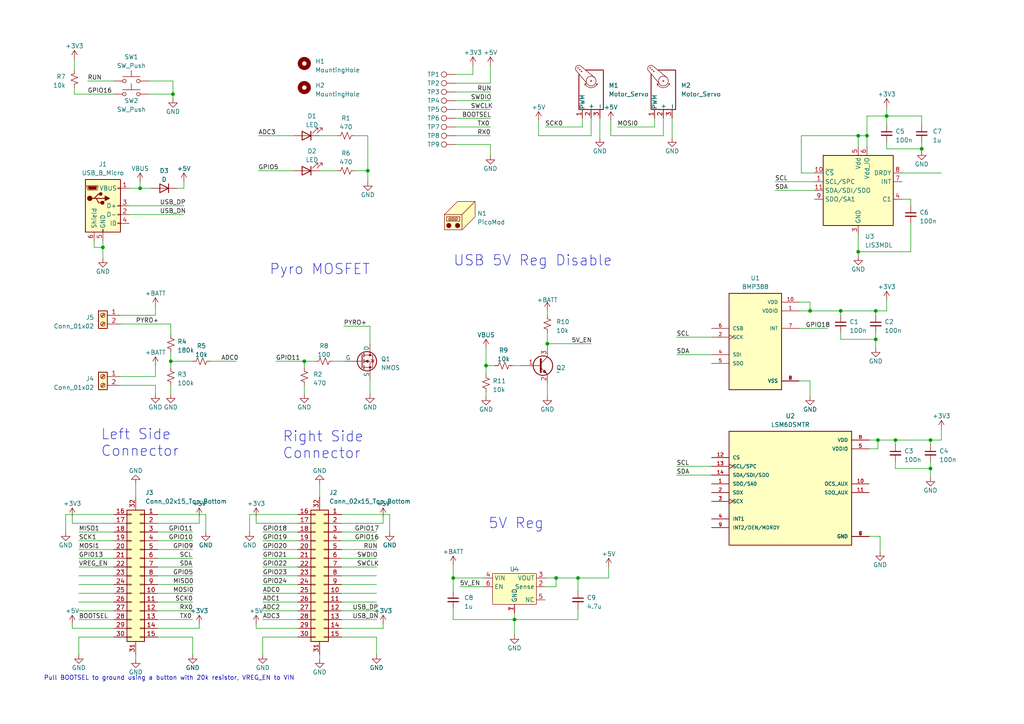
<source format=kicad_sch>
(kicad_sch (version 20230121) (generator eeschema)
  (paper "A4")
  (lib_symbols
    (symbol "BMP388:BMP388" (pin_names (offset 1.016))
      (property "Reference" "U" (at -7.6281 15.2562 0))
      (property "Value" "BMP388" (at -7.6268 -15.2536 0))
      (symbol "BMP388_0_0"
        (pin power_in line (at 12.7 10.16 180) (length 5.08) (name "VDDIO") (number "1"))
        (pin power_in line (at 12.7 12.7 180) (length 5.08) (name "VDD") (number "10"))
        (pin input clock (at -12.7 2.54 0) (length 5.08) (name "SCK") (number "2"))
        (pin power_in line (at 12.7 -10.16 180) (length 5.08) (name "VSS") (number "3"))
        (pin bidirectional line (at -12.7 -2.54 0) (length 5.08) (name "SDI") (number "4"))
        (pin bidirectional line (at -12.7 -5.08 0) (length 5.08) (name "SDO") (number "5"))
        (pin input line (at -12.7 5.08 0) (length 5.08) (name "CSB") (number "6"))
        (pin output line (at 12.7 5.08 180) (length 5.08) (name "INT") (number "7"))
        (pin power_in line (at 12.7 -10.16 180) (length 5.08) (name "VSS") (number "8"))
        (pin power_in line (at 12.7 -10.16 180) (length 5.08) (name "VSS") (number "9"))
      )
    )
    (symbol "Connector:Screw_Terminal_01x02" (pin_names (offset 1.016) hide)
      (property "Reference" "J" (at 0 2.54 0))
      (property "Value" "Screw_Terminal_01x02" (at 0 -5.08 0))
      (symbol "Screw_Terminal_01x02_1_1"
        (pin passive line (at -5.08 0 0) (length 3.81) (name "Pin_1") (number "1"))
        (pin passive line (at -5.08 -2.54 0) (length 3.81) (name "Pin_2") (number "2"))
      )
    )
    (symbol "Connector:TestPoint" (pin_numbers hide) (pin_names (offset 0.762) hide)
      (property "Reference" "TP" (at 0 6.858 0))
      (property "Value" "TestPoint" (at 0 5.08 0))
      (symbol "TestPoint_1_1"
        (pin passive line (at 0 0 90) (length 2.54) (name "1") (number "1"))
      )
    )
    (symbol "Connector:USB_B_Micro" (pin_names (offset 1.016))
      (property "Reference" "J" (at -5.08 11.43 0))
      (property "Value" "USB_B_Micro" (at -5.08 8.89 0))
      (symbol "USB_B_Micro_1_1"
        (pin power_out line (at 7.62 5.08 180) (length 2.54) (name "VBUS") (number "1"))
        (pin bidirectional line (at 7.62 -2.54 180) (length 2.54) (name "D-") (number "2"))
        (pin bidirectional line (at 7.62 0 180) (length 2.54) (name "D+") (number "3"))
        (pin passive line (at 7.62 -5.08 180) (length 2.54) (name "ID") (number "4"))
        (pin power_out line (at 0 -10.16 90) (length 2.54) (name "GND") (number "5"))
        (pin passive line (at -2.54 -10.16 90) (length 2.54) (name "Shield") (number "6"))
      )
    )
    (symbol "Customs Power:LDL212PU"
      (property "Reference" "U" (at 0 7.62 0))
      (symbol "LDL212PU_1_1"
        (pin input line (at 0 -7.62 90) (length 2.54) (name "GND") (number "1"))
        (pin input line (at 8.89 0 180) (length 2.54) (name "Sense") (number "2"))
        (pin input line (at 8.89 2.54 180) (length 2.54) (name "VOUT") (number "3"))
        (pin input line (at -8.89 2.54 0) (length 2.54) (name "VIN") (number "4"))
        (pin input line (at 8.89 -3.81 180) (length 2.54) (name "NC") (number "5"))
        (pin input line (at -8.89 0 0) (length 2.54) (name "EN") (number "6"))
        (pin input line (at 0 -7.62 90) (length 2.54) (name "GND") (number "7"))
      )
    )
    (symbol "Customs_Connectors:Conn_02x15_Top_Bottom" (pin_names (offset 1.016) hide)
      (property "Reference" "J" (at 2.54 20.32 0))
      (property "Value" "Conn_02x15_Top_Bottom" (at 1.27 -20.32 0))
      (symbol "Conn_02x15_Top_Bottom_1_1"
        (pin passive line (at 7.62 17.78 180) (length 3.81) (name "Pin_1") (number "1"))
        (pin passive line (at 7.62 -5.08 180) (length 3.81) (name "Pin_10") (number "10"))
        (pin passive line (at 7.62 -7.62 180) (length 3.81) (name "Pin_11") (number "11"))
        (pin passive line (at 7.62 -10.16 180) (length 3.81) (name "Pin_12") (number "12"))
        (pin passive line (at 7.62 -12.7 180) (length 3.81) (name "Pin_13") (number "13"))
        (pin passive line (at 7.62 -15.24 180) (length 3.81) (name "Pin_14") (number "14"))
        (pin passive line (at 7.62 -17.78 180) (length 3.81) (name "Pin_15") (number "15"))
        (pin passive line (at -5.08 17.78 0) (length 3.81) (name "Pin_16") (number "16"))
        (pin passive line (at -5.08 15.24 0) (length 3.81) (name "Pin_17") (number "17"))
        (pin passive line (at -5.08 12.7 0) (length 3.81) (name "Pin_18") (number "18"))
        (pin passive line (at -5.08 10.16 0) (length 3.81) (name "Pin_19") (number "19"))
        (pin passive line (at 7.62 15.24 180) (length 3.81) (name "Pin_2") (number "2"))
        (pin passive line (at -5.08 7.62 0) (length 3.81) (name "Pin_20") (number "20"))
        (pin passive line (at -5.08 5.08 0) (length 3.81) (name "Pin_21") (number "21"))
        (pin passive line (at -5.08 2.54 0) (length 3.81) (name "Pin_22") (number "22"))
        (pin passive line (at -5.08 0 0) (length 3.81) (name "Pin_23") (number "23"))
        (pin passive line (at -5.08 -2.54 0) (length 3.81) (name "Pin_24") (number "24"))
        (pin passive line (at -5.08 -5.08 0) (length 3.81) (name "Pin_25") (number "25"))
        (pin passive line (at -5.08 -7.62 0) (length 3.81) (name "Pin_26") (number "26"))
        (pin passive line (at -5.08 -10.16 0) (length 3.81) (name "Pin_27") (number "27"))
        (pin passive line (at -5.08 -12.7 0) (length 3.81) (name "Pin_28") (number "28"))
        (pin passive line (at -5.08 -15.24 0) (length 3.81) (name "Pin_29") (number "29"))
        (pin passive line (at 7.62 12.7 180) (length 3.81) (name "Pin_3") (number "3"))
        (pin passive line (at -5.08 -17.78 0) (length 3.81) (name "Pin_30") (number "30"))
        (pin passive line (at 1.27 -22.86 90) (length 3.81) (name "Pin_30") (number "31"))
        (pin passive line (at 1.27 22.86 270) (length 3.81) (name "Pin_30") (number "32"))
        (pin passive line (at 7.62 10.16 180) (length 3.81) (name "Pin_4") (number "4"))
        (pin passive line (at 7.62 7.62 180) (length 3.81) (name "Pin_5") (number "5"))
        (pin passive line (at 7.62 5.08 180) (length 3.81) (name "Pin_6") (number "6"))
        (pin passive line (at 7.62 2.54 180) (length 3.81) (name "Pin_7") (number "7"))
        (pin passive line (at 7.62 0 180) (length 3.81) (name "Pin_8") (number "8"))
        (pin passive line (at 7.62 -2.54 180) (length 3.81) (name "Pin_9") (number "9"))
      )
    )
    (symbol "Device:C_Small" (pin_numbers hide) (pin_names (offset 0.254) hide)
      (property "Reference" "C" (at 0.254 1.778 0))
      (property "Value" "C_Small" (at 0.254 -2.032 0))
      (symbol "C_Small_1_1"
        (pin passive line (at 0 2.54 270) (length 2.032) (name "~") (number "1"))
        (pin passive line (at 0 -2.54 90) (length 2.032) (name "~") (number "2"))
      )
    )
    (symbol "Device:D" (pin_numbers hide) (pin_names (offset 1.016) hide)
      (property "Reference" "D" (at 0 2.54 0))
      (property "Value" "D" (at 0 -2.54 0))
      (symbol "D_1_1"
        (pin passive line (at -3.81 0 0) (length 2.54) (name "K") (number "1"))
        (pin passive line (at 3.81 0 180) (length 2.54) (name "A") (number "2"))
      )
    )
    (symbol "Device:LED" (pin_numbers hide) (pin_names (offset 1.016) hide)
      (property "Reference" "D" (at 0 2.54 0))
      (property "Value" "LED" (at 0 -2.54 0))
      (symbol "LED_1_1"
        (pin passive line (at -3.81 0 0) (length 2.54) (name "K") (number "1"))
        (pin passive line (at 3.81 0 180) (length 2.54) (name "A") (number "2"))
      )
    )
    (symbol "Device:R_Small_US" (pin_numbers hide) (pin_names (offset 0.254) hide)
      (property "Reference" "R" (at 0.762 0.508 0))
      (property "Value" "R_Small_US" (at 0.762 -1.016 0))
      (symbol "R_Small_US_1_1"
        (pin passive line (at 0 2.54 270) (length 1.016) (name "~") (number "1"))
        (pin passive line (at 0 -2.54 90) (length 1.016) (name "~") (number "2"))
      )
    )
    (symbol "LSM6DSMTR:LSM6DSMTR" (pin_names (offset 1.016))
      (property "Reference" "U" (at -17.78 16.51 0))
      (property "Value" "LSM6DSMTR" (at -17.78 -21.59 0))
      (symbol "LSM6DSMTR_0_0"
        (pin bidirectional line (at -22.86 0 0) (length 5.08) (name "SDO/SA0") (number "1"))
        (pin input line (at 22.86 0 180) (length 5.08) (name "OCS_AUX") (number "10"))
        (pin bidirectional line (at 22.86 -2.54 180) (length 5.08) (name "SDO_AUX") (number "11"))
        (pin input line (at -22.86 7.62 0) (length 5.08) (name "CS") (number "12"))
        (pin input clock (at -22.86 5.08 0) (length 5.08) (name "SCL/SPC") (number "13"))
        (pin bidirectional line (at -22.86 2.54 0) (length 5.08) (name "SDA/SDI/SDO") (number "14"))
        (pin bidirectional line (at -22.86 -2.54 0) (length 5.08) (name "SDX") (number "2"))
        (pin bidirectional clock (at -22.86 -5.08 0) (length 5.08) (name "SCX") (number "3"))
        (pin input line (at -22.86 -10.16 0) (length 5.08) (name "INT1") (number "4"))
        (pin power_in line (at 22.86 10.16 180) (length 5.08) (name "VDDIO") (number "5"))
        (pin power_in line (at 22.86 -15.24 180) (length 5.08) (name "GND") (number "6"))
        (pin power_in line (at 22.86 -15.24 180) (length 5.08) (name "GND") (number "7"))
        (pin power_in line (at 22.86 12.7 180) (length 5.08) (name "VDD") (number "8"))
        (pin input line (at -22.86 -12.7 0) (length 5.08) (name "INT2/DEN/MDRDY") (number "9"))
      )
    )
    (symbol "Mechanical:Housing" (pin_names (offset 1.016))
      (property "Reference" "N" (at 3.81 0 0))
      (property "Value" "Housing" (at 3.81 -1.905 0))
    )
    (symbol "Mechanical:MountingHole" (pin_names (offset 1.016))
      (property "Reference" "H" (at 0 5.08 0))
      (property "Value" "MountingHole" (at 0 3.175 0))
    )
    (symbol "Motor:Motor_Servo" (pin_names (offset 0.0254))
      (property "Reference" "M" (at -5.08 4.445 0))
      (property "Value" "Motor_Servo" (at -5.08 -4.064 0))
      (symbol "Motor_Servo_1_1"
        (pin passive line (at -7.62 2.54 0) (length 2.54) (name "PWM") (number "1"))
        (pin passive line (at -7.62 0 0) (length 2.54) (name "+") (number "2"))
        (pin passive line (at -7.62 -2.54 0) (length 2.54) (name "-") (number "3"))
      )
    )
    (symbol "Sensor_Magnetic:LIS3MDL"
      (property "Reference" "U" (at -8.89 11.43 0))
      (property "Value" "LIS3MDL" (at 7.62 11.43 0))
      (symbol "LIS3MDL_1_1"
        (pin input line (at -12.7 2.54 0) (length 2.54) (name "SCL/SPC") (number "1"))
        (pin input line (at -12.7 5.08 0) (length 2.54) (name "~{CS}") (number "10"))
        (pin bidirectional line (at -12.7 0 0) (length 2.54) (name "SDA/SDI/SDO") (number "11"))
        (pin passive line (at 0 -12.7 90) (length 2.54) hide (name "GND") (number "12"))
        (pin passive line (at 0 -12.7 90) (length 2.54) hide (name "GND") (number "2"))
        (pin power_in line (at 0 -12.7 90) (length 2.54) (name "GND") (number "3"))
        (pin power_out line (at 12.7 -2.54 180) (length 2.54) (name "C1") (number "4"))
        (pin power_in line (at 0 12.7 270) (length 2.54) (name "Vdd") (number "5"))
        (pin power_in line (at 2.54 12.7 270) (length 2.54) (name "Vdd_IO") (number "6"))
        (pin output line (at 12.7 2.54 180) (length 2.54) (name "INT") (number "7"))
        (pin output line (at 12.7 5.08 180) (length 2.54) (name "DRDY") (number "8"))
        (pin bidirectional line (at -12.7 -2.54 0) (length 2.54) (name "SDO/SA1") (number "9"))
      )
    )
    (symbol "Simulation_SPICE:NMOS" (pin_numbers hide) (pin_names (offset 0))
      (property "Reference" "Q" (at 5.08 1.27 0))
      (property "Value" "NMOS" (at 5.08 -1.27 0))
      (symbol "NMOS_1_1"
        (pin passive line (at 2.54 5.08 270) (length 2.54) (name "D") (number "1"))
        (pin input line (at -5.08 0 0) (length 2.54) (name "G") (number "2"))
        (pin passive line (at 2.54 -5.08 90) (length 2.54) (name "S") (number "3"))
      )
    )
    (symbol "Switch:SW_Push" (pin_numbers hide) (pin_names (offset 1.016) hide)
      (property "Reference" "SW" (at 1.27 2.54 0))
      (property "Value" "SW_Push" (at 0 -1.524 0))
      (symbol "SW_Push_0_1"
        (pin passive line (at -5.08 0 0) (length 2.54) (name "1") (number "1"))
        (pin passive line (at 5.08 0 180) (length 2.54) (name "2") (number "2"))
      )
    )
    (symbol "Transistor_BJT:2SC4213" (pin_names (offset 0) hide)
      (property "Reference" "Q" (at 5.08 1.905 0))
      (property "Value" "2SC4213" (at 5.08 0 0))
      (symbol "2SC4213_1_1"
        (pin input line (at -5.08 0 0) (length 5.715) (name "B") (number "1"))
        (pin passive line (at 2.54 -5.08 90) (length 2.54) (name "E") (number "2"))
        (pin passive line (at 2.54 5.08 270) (length 2.54) (name "C") (number "3"))
      )
    )
    (symbol "power:+3.3V" (power) (pin_names (offset 0))
      (property "Value" "+3.3V" (at 0 3.556 0))
      (symbol "+3.3V_1_1"
        (pin power_in line (at 0 0 90) (length 0) hide (name "+3V3") (number "1"))
      )
    )
    (symbol "power:+5V" (power) (pin_names (offset 0))
      (property "Value" "+5V" (at 0 3.556 0))
      (symbol "+5V_1_1"
        (pin power_in line (at 0 0 90) (length 0) hide (name "+5V") (number "1"))
      )
    )
    (symbol "power:+BATT" (power) (pin_names (offset 0))
      (property "Value" "+BATT" (at 0 3.556 0))
      (symbol "+BATT_1_1"
        (pin power_in line (at 0 0 90) (length 0) hide (name "+BATT") (number "1"))
      )
    )
    (symbol "power:GND" (power) (pin_names (offset 0))
      (property "Value" "GND" (at 0 -3.81 0))
      (symbol "GND_1_1"
        (pin power_in line (at 0 0 270) (length 0) hide (name "GND") (number "1"))
      )
    )
    (symbol "power:VBUS" (power) (pin_names (offset 0))
      (property "Value" "VBUS" (at 0 3.81 0))
      (symbol "VBUS_1_1"
        (pin power_in line (at 0 0 90) (length 0) hide (name "VBUS") (number "1"))
      )
    )
  )
  (junction (at 161.29 167.64))
  (junction (at 88.265 104.775))
  (junction (at 259.715 127.635))
  (junction (at 167.64 167.64))
  (junction (at 106.68 49.53))
  (junction (at 158.75 99.695))
  (junction (at 269.875 127.635))
  (junction (at 234.95 90.17))
  (junction (at 49.53 104.775))
  (junction (at 149.225 179.705))
  (junction (at 254.635 127.635))
  (junction (at 50.165 27.305))
  (junction (at 269.875 135.89))
  (junction (at 254 90.17))
  (junction (at 29.845 71.755))
  (junction (at 248.92 73.025))
  (junction (at 248.92 39.37))
  (junction (at 40.64 54.61))
  (junction (at 257.175 33.655))
  (junction (at 267.335 43.18))
  (junction (at 251.46 39.37))
  (junction (at 243.84 90.17))
  (junction (at 254 98.425))
  (junction (at 131.445 167.64))
  (junction (at 140.97 106.045))
  (wire (pts (xy 234.95 90.17) (xy 234.95 87.63)))
  (wire (pts (xy 45.085 111.76) (xy 45.085 114.3)))
  (wire (pts (xy 173.99 34.29) (xy 173.99 40.005)))
  (wire (pts (xy 261.62 50.165) (xy 273.05 50.165)))
  (wire (pts (xy 158.75 96.52) (xy 158.75 99.695)))
  (wire (pts (xy 255.27 155.575) (xy 252.095 155.575)))
  (wire (pts (xy 224.79 52.705) (xy 236.22 52.705)))
  (wire (pts (xy 99.06 182.245) (xy 111.125 182.245)))
  (wire (pts (xy 92.71 39.37) (xy 97.79 39.37)))
  (wire (pts (xy 99.06 177.165) (xy 109.22 177.165)))
  (wire (pts (xy 254 98.425) (xy 254 96.52)))
  (wire (pts (xy 259.715 133.985) (xy 259.715 135.89)))
  (wire (pts (xy 196.215 102.87) (xy 206.375 102.87)))
  (wire (pts (xy 22.86 156.845) (xy 33.02 156.845)))
  (wire (pts (xy 196.215 135.255) (xy 206.375 135.255)))
  (wire (pts (xy 21.59 25.4) (xy 21.59 27.305)))
  (wire (pts (xy 255.27 160.02) (xy 255.27 155.575)))
  (wire (pts (xy 107.315 99.695) (xy 107.315 94.615)))
  (wire (pts (xy 158.115 170.18) (xy 161.29 170.18)))
  (wire (pts (xy 45.72 179.705) (xy 55.88 179.705)))
  (wire (pts (xy 248.92 42.545) (xy 248.92 39.37)))
  (wire (pts (xy 248.92 67.945) (xy 248.92 73.025)))
  (wire (pts (xy 99.06 179.705) (xy 109.22 179.705)))
  (wire (pts (xy 45.72 149.225) (xy 59.69 149.225)))
  (wire (pts (xy 76.2 167.005) (xy 86.36 167.005)))
  (wire (pts (xy 39.37 189.865) (xy 39.37 191.135)))
  (wire (pts (xy 22.86 164.465) (xy 33.02 164.465)))
  (wire (pts (xy 76.2 174.625) (xy 86.36 174.625)))
  (wire (pts (xy 267.335 43.815) (xy 267.335 43.18)))
  (wire (pts (xy 45.72 172.085) (xy 55.88 172.085)))
  (wire (pts (xy 22.86 161.925) (xy 33.02 161.925)))
  (wire (pts (xy 231.775 110.49) (xy 234.95 110.49)))
  (wire (pts (xy 131.445 171.45) (xy 131.445 167.64)))
  (wire (pts (xy 158.115 167.64) (xy 161.29 167.64)))
  (wire (pts (xy 158.75 90.17) (xy 158.75 91.44)))
  (wire (pts (xy 171.45 39.37) (xy 156.21 39.37)))
  (wire (pts (xy 76.2 184.785) (xy 86.36 184.785)))
  (wire (pts (xy 20.955 149.86) (xy 20.955 151.765)))
  (wire (pts (xy 142.24 19.05) (xy 142.24 24.13)))
  (wire (pts (xy 96.52 104.775) (xy 99.695 104.775)))
  (wire (pts (xy 60.96 104.775) (xy 68.58 104.775)))
  (wire (pts (xy 37.465 62.23) (xy 53.34 62.23)))
  (wire (pts (xy 192.405 34.29) (xy 192.405 39.37)))
  (wire (pts (xy 189.865 34.29) (xy 189.865 36.83)))
  (wire (pts (xy 158.115 36.83) (xy 168.91 36.83)))
  (wire (pts (xy 236.22 50.165) (xy 232.41 50.165)))
  (wire (pts (xy 76.2 172.085) (xy 86.36 172.085)))
  (wire (pts (xy 232.41 50.165) (xy 232.41 39.37)))
  (wire (pts (xy 148.59 106.045) (xy 151.13 106.045)))
  (wire (pts (xy 99.06 167.005) (xy 109.22 167.005)))
  (wire (pts (xy 106.68 39.37) (xy 106.68 49.53)))
  (wire (pts (xy 45.72 159.385) (xy 55.88 159.385)))
  (wire (pts (xy 259.715 127.635) (xy 259.715 128.905)))
  (wire (pts (xy 37.465 59.69) (xy 53.34 59.69)))
  (wire (pts (xy 132.08 29.21) (xy 142.24 29.21)))
  (wire (pts (xy 22.86 154.305) (xy 33.02 154.305)))
  (wire (pts (xy 34.925 111.76) (xy 45.085 111.76)))
  (wire (pts (xy 92.71 189.865) (xy 92.71 191.135)))
  (wire (pts (xy 158.75 99.695) (xy 158.75 100.965)))
  (wire (pts (xy 254 98.425) (xy 254 100.965)))
  (wire (pts (xy 257.175 41.275) (xy 257.175 43.18)))
  (wire (pts (xy 20.955 180.975) (xy 20.955 182.245)))
  (wire (pts (xy 49.53 102.235) (xy 49.53 104.775)))
  (wire (pts (xy 25.4 23.495) (xy 33.02 23.495)))
  (wire (pts (xy 113.03 149.225) (xy 113.03 154.305)))
  (wire (pts (xy 22.86 184.785) (xy 22.86 189.865)))
  (wire (pts (xy 21.59 27.305) (xy 33.02 27.305)))
  (wire (pts (xy 57.785 149.86) (xy 57.785 151.765)))
  (wire (pts (xy 76.2 164.465) (xy 86.36 164.465)))
  (wire (pts (xy 49.53 111.76) (xy 49.53 114.3)))
  (wire (pts (xy 243.84 90.17) (xy 243.84 91.44)))
  (wire (pts (xy 45.085 88.9) (xy 45.085 91.44)))
  (wire (pts (xy 167.64 167.64) (xy 176.53 167.64)))
  (wire (pts (xy 259.715 135.89) (xy 269.875 135.89)))
  (wire (pts (xy 132.08 34.29) (xy 142.24 34.29)))
  (wire (pts (xy 161.29 170.18) (xy 161.29 167.64)))
  (wire (pts (xy 40.64 52.705) (xy 40.64 54.61)))
  (wire (pts (xy 99.695 94.615) (xy 107.315 94.615)))
  (wire (pts (xy 131.445 163.83) (xy 131.445 167.64)))
  (wire (pts (xy 131.445 167.64) (xy 140.335 167.64)))
  (wire (pts (xy 257.175 33.655) (xy 267.335 33.655)))
  (wire (pts (xy 80.01 104.775) (xy 88.265 104.775)))
  (wire (pts (xy 76.2 179.705) (xy 86.36 179.705)))
  (wire (pts (xy 22.86 169.545) (xy 33.02 169.545)))
  (wire (pts (xy 99.06 172.085) (xy 109.22 172.085)))
  (wire (pts (xy 74.295 180.975) (xy 74.295 182.245)))
  (wire (pts (xy 59.69 149.225) (xy 59.69 154.305)))
  (wire (pts (xy 224.79 55.245) (xy 236.22 55.245)))
  (wire (pts (xy 232.41 39.37) (xy 248.92 39.37)))
  (wire (pts (xy 76.2 177.165) (xy 86.36 177.165)))
  (wire (pts (xy 55.88 184.785) (xy 55.88 189.865)))
  (wire (pts (xy 131.445 179.705) (xy 149.225 179.705)))
  (wire (pts (xy 194.945 34.29) (xy 194.945 40.005)))
  (wire (pts (xy 45.72 154.305) (xy 55.88 154.305)))
  (wire (pts (xy 53.34 52.705) (xy 53.34 54.61)))
  (wire (pts (xy 99.06 154.305) (xy 109.22 154.305)))
  (wire (pts (xy 43.18 27.305) (xy 50.165 27.305)))
  (wire (pts (xy 111.125 149.86) (xy 111.125 151.765)))
  (wire (pts (xy 177.165 34.925) (xy 177.165 39.37)))
  (wire (pts (xy 269.875 135.89) (xy 269.875 138.43)))
  (wire (pts (xy 88.265 111.76) (xy 88.265 114.3)))
  (wire (pts (xy 231.775 87.63) (xy 234.95 87.63)))
  (wire (pts (xy 99.06 161.925) (xy 109.22 161.925)))
  (wire (pts (xy 99.06 149.225) (xy 113.03 149.225)))
  (wire (pts (xy 102.87 49.53) (xy 106.68 49.53)))
  (wire (pts (xy 269.875 135.89) (xy 269.875 133.985)))
  (wire (pts (xy 133.35 170.18) (xy 140.335 170.18)))
  (wire (pts (xy 49.53 104.775) (xy 55.88 104.775)))
  (wire (pts (xy 257.175 31.115) (xy 257.175 33.655)))
  (wire (pts (xy 179.07 36.83) (xy 189.865 36.83)))
  (wire (pts (xy 34.925 91.44) (xy 45.085 91.44)))
  (wire (pts (xy 20.955 182.245) (xy 33.02 182.245)))
  (wire (pts (xy 257.175 43.18) (xy 267.335 43.18)))
  (wire (pts (xy 137.16 19.05) (xy 137.16 21.59)))
  (wire (pts (xy 45.72 151.765) (xy 57.785 151.765)))
  (wire (pts (xy 76.2 154.305) (xy 86.36 154.305)))
  (wire (pts (xy 74.295 182.245) (xy 86.36 182.245)))
  (wire (pts (xy 132.08 36.83) (xy 142.24 36.83)))
  (wire (pts (xy 29.845 71.755) (xy 29.845 74.93)))
  (wire (pts (xy 40.64 54.61) (xy 43.815 54.61)))
  (wire (pts (xy 131.445 179.705) (xy 131.445 176.53)))
  (wire (pts (xy 149.225 177.8) (xy 149.225 179.705)))
  (wire (pts (xy 109.22 184.785) (xy 109.22 189.865)))
  (wire (pts (xy 22.86 184.785) (xy 33.02 184.785)))
  (wire (pts (xy 99.06 156.845) (xy 109.22 156.845)))
  (wire (pts (xy 259.715 127.635) (xy 269.875 127.635)))
  (wire (pts (xy 248.92 73.025) (xy 248.92 74.295)))
  (wire (pts (xy 99.06 169.545) (xy 109.22 169.545)))
  (wire (pts (xy 76.2 156.845) (xy 86.36 156.845)))
  (wire (pts (xy 99.06 184.785) (xy 109.22 184.785)))
  (wire (pts (xy 196.215 137.795) (xy 206.375 137.795)))
  (wire (pts (xy 20.955 151.765) (xy 33.02 151.765)))
  (wire (pts (xy 45.72 177.165) (xy 55.88 177.165)))
  (wire (pts (xy 264.16 73.025) (xy 248.92 73.025)))
  (wire (pts (xy 50.165 27.305) (xy 50.165 28.575)))
  (wire (pts (xy 132.08 31.75) (xy 142.24 31.75)))
  (wire (pts (xy 142.24 41.91) (xy 142.24 45.085)))
  (wire (pts (xy 49.53 93.98) (xy 49.53 97.155)))
  (wire (pts (xy 132.08 26.67) (xy 142.24 26.67)))
  (wire (pts (xy 264.16 57.785) (xy 264.16 59.69)))
  (wire (pts (xy 76.2 161.925) (xy 86.36 161.925)))
  (wire (pts (xy 107.315 109.855) (xy 107.315 114.3)))
  (wire (pts (xy 269.875 127.635) (xy 269.875 128.905)))
  (wire (pts (xy 22.86 172.085) (xy 33.02 172.085)))
  (wire (pts (xy 51.435 54.61) (xy 53.34 54.61)))
  (wire (pts (xy 92.71 49.53) (xy 97.79 49.53)))
  (wire (pts (xy 45.72 164.465) (xy 55.88 164.465)))
  (wire (pts (xy 22.86 159.385) (xy 33.02 159.385)))
  (wire (pts (xy 22.86 179.705) (xy 33.02 179.705)))
  (wire (pts (xy 50.165 23.495) (xy 50.165 27.305)))
  (wire (pts (xy 45.72 161.925) (xy 55.88 161.925)))
  (wire (pts (xy 92.71 140.335) (xy 92.71 144.145)))
  (wire (pts (xy 254.635 127.635) (xy 254.635 130.175)))
  (wire (pts (xy 158.75 111.125) (xy 158.75 114.935)))
  (wire (pts (xy 132.08 24.13) (xy 142.24 24.13)))
  (wire (pts (xy 254.635 127.635) (xy 259.715 127.635)))
  (wire (pts (xy 252.095 127.635) (xy 254.635 127.635)))
  (wire (pts (xy 76.2 169.545) (xy 86.36 169.545)))
  (wire (pts (xy 161.29 167.64) (xy 167.64 167.64)))
  (wire (pts (xy 39.37 140.335) (xy 39.37 144.145)))
  (wire (pts (xy 252.095 130.175) (xy 254.635 130.175)))
  (wire (pts (xy 88.265 104.775) (xy 91.44 104.775)))
  (wire (pts (xy 132.08 39.37) (xy 142.24 39.37)))
  (wire (pts (xy 45.72 167.005) (xy 55.88 167.005)))
  (wire (pts (xy 37.465 54.61) (xy 40.64 54.61)))
  (wire (pts (xy 74.295 149.86) (xy 74.295 151.765)))
  (wire (pts (xy 140.97 106.045) (xy 143.51 106.045)))
  (wire (pts (xy 254 90.17) (xy 257.175 90.17)))
  (wire (pts (xy 254 90.17) (xy 254 91.44)))
  (wire (pts (xy 21.59 17.145) (xy 21.59 20.32)))
  (wire (pts (xy 45.72 156.845) (xy 55.88 156.845)))
  (wire (pts (xy 168.91 34.29) (xy 168.91 36.83)))
  (wire (pts (xy 257.175 86.995) (xy 257.175 90.17)))
  (wire (pts (xy 264.16 64.77) (xy 264.16 73.025)))
  (wire (pts (xy 99.06 164.465) (xy 109.22 164.465)))
  (wire (pts (xy 176.53 164.465) (xy 176.53 167.64)))
  (wire (pts (xy 234.95 90.17) (xy 243.84 90.17)))
  (wire (pts (xy 74.93 39.37) (xy 85.09 39.37)))
  (wire (pts (xy 76.2 184.785) (xy 76.2 189.865)))
  (wire (pts (xy 19.05 149.225) (xy 19.05 154.305)))
  (wire (pts (xy 251.46 39.37) (xy 251.46 42.545)))
  (wire (pts (xy 132.08 41.91) (xy 142.24 41.91)))
  (wire (pts (xy 34.925 93.98) (xy 49.53 93.98)))
  (wire (pts (xy 22.86 177.165) (xy 33.02 177.165)))
  (wire (pts (xy 140.97 106.045) (xy 140.97 108.585)))
  (wire (pts (xy 76.2 159.385) (xy 86.36 159.385)))
  (wire (pts (xy 267.335 36.195) (xy 267.335 33.655)))
  (wire (pts (xy 243.84 96.52) (xy 243.84 98.425)))
  (wire (pts (xy 72.39 149.225) (xy 72.39 154.305)))
  (wire (pts (xy 45.72 174.625) (xy 55.88 174.625)))
  (wire (pts (xy 192.405 39.37) (xy 177.165 39.37)))
  (wire (pts (xy 243.84 90.17) (xy 254 90.17)))
  (wire (pts (xy 231.775 95.25) (xy 240.03 95.25)))
  (wire (pts (xy 149.225 179.705) (xy 149.225 184.15)))
  (wire (pts (xy 111.125 182.245) (xy 111.125 180.975)))
  (wire (pts (xy 171.45 34.29) (xy 171.45 39.37)))
  (wire (pts (xy 45.72 182.245) (xy 57.785 182.245)))
  (wire (pts (xy 140.97 113.665) (xy 140.97 114.935)))
  (wire (pts (xy 72.39 149.225) (xy 86.36 149.225)))
  (wire (pts (xy 257.175 33.655) (xy 257.175 36.195)))
  (wire (pts (xy 27.305 69.85) (xy 27.305 71.755)))
  (wire (pts (xy 45.085 106.045) (xy 45.085 109.22)))
  (wire (pts (xy 234.95 110.49) (xy 234.95 114.935)))
  (wire (pts (xy 273.05 124.46) (xy 273.05 127.635)))
  (wire (pts (xy 196.215 97.79) (xy 206.375 97.79)))
  (wire (pts (xy 158.75 99.695) (xy 171.45 99.695)))
  (wire (pts (xy 45.72 184.785) (xy 55.88 184.785)))
  (wire (pts (xy 99.06 151.765) (xy 111.125 151.765)))
  (wire (pts (xy 27.305 71.755) (xy 29.845 71.755)))
  (wire (pts (xy 149.225 179.705) (xy 167.64 179.705)))
  (wire (pts (xy 99.06 159.385) (xy 109.22 159.385)))
  (wire (pts (xy 248.92 39.37) (xy 251.46 39.37)))
  (wire (pts (xy 57.785 182.245) (xy 57.785 180.975)))
  (wire (pts (xy 29.845 71.755) (xy 29.845 69.85)))
  (wire (pts (xy 269.875 127.635) (xy 273.05 127.635)))
  (wire (pts (xy 231.775 90.17) (xy 234.95 90.17)))
  (wire (pts (xy 106.68 49.53) (xy 106.68 52.705)))
  (wire (pts (xy 102.87 39.37) (xy 106.68 39.37)))
  (wire (pts (xy 167.64 176.53) (xy 167.64 179.705)))
  (wire (pts (xy 267.335 41.275) (xy 267.335 43.18)))
  (wire (pts (xy 19.05 149.225) (xy 33.02 149.225)))
  (wire (pts (xy 22.86 167.005) (xy 33.02 167.005)))
  (wire (pts (xy 49.53 104.775) (xy 49.53 106.68)))
  (wire (pts (xy 74.93 49.53) (xy 85.09 49.53)))
  (wire (pts (xy 22.86 174.625) (xy 33.02 174.625)))
  (wire (pts (xy 156.21 34.925) (xy 156.21 39.37)))
  (wire (pts (xy 74.295 151.765) (xy 86.36 151.765)))
  (wire (pts (xy 167.64 171.45) (xy 167.64 167.64)))
  (wire (pts (xy 132.08 21.59) (xy 137.16 21.59)))
  (wire (pts (xy 43.18 23.495) (xy 50.165 23.495)))
  (wire (pts (xy 261.62 57.785) (xy 264.16 57.785)))
  (wire (pts (xy 34.925 109.22) (xy 45.085 109.22)))
  (wire (pts (xy 140.97 100.965) (xy 140.97 106.045)))
  (wire (pts (xy 99.06 174.625) (xy 109.22 174.625)))
  (wire (pts (xy 45.72 169.545) (xy 55.88 169.545)))
  (wire (pts (xy 88.265 104.775) (xy 88.265 106.68)))
  (wire (pts (xy 243.84 98.425) (xy 254 98.425)))
  (wire (pts (xy 251.46 33.655) (xy 251.46 39.37)))
  (wire (pts (xy 257.175 33.655) (xy 251.46 33.655)))
  (text "Left Side\nConnector" (at 29.21 132.715 0) (effects (font (size 3 3)) (justify left bottom)))
  (text "USB 5V Reg Disable" (at 131.445 77.47 0) (effects (font (size 3 3)) (justify left bottom)))
  (text "Pyro MOSFET" (at 78.105 80.01 0) (effects (font (size 3 3)) (justify left bottom)))
  (text "Right Side\nConnector" (at 81.915 133.35 0) (effects (font (size 3 3)) (justify left bottom)))
  (text "5V Reg" (at 141.605 153.67 0) (effects (font (size 3 3)) (justify left bottom)))
  (text "Pull BOOTSEL to ground using a button with 20k resistor, VREG_EN to VIN\n" (at 12.7 197.485 0) (effects (font (size 1.27 1.27)) (justify left bottom)))
  (label "SCK0" (at 50.8 174.625 0))
  (label "GPIO22" (at 76.2 164.465 0))
  (label "MOSI0" (at 50.165 172.085 0))
  (label "5V_EN" (at 133.35 170.18 0))
  (label "SCL" (at 52.07 161.925 0))
  (label "SCK0" (at 158.115 36.83 0))
  (label "MISO0" (at 50.165 169.545 0))
  (label "GPIO16" (at 25.4 27.305 0))
  (label "ADC3" (at 74.93 39.37 0))
  (label "USB_DP" (at 102.235 177.165 0))
  (label "RX0" (at 138.43 39.37 0))
  (label "GPIO10" (at 48.895 156.845 0))
  (label "VREG_EN" (at 22.86 164.465 0))
  (label "SWCLK" (at 103.505 164.465 0))
  (label "GPIO18" (at 233.68 95.25 0))
  (label "GPIO19" (at 76.2 156.845 0))
  (label "GPIO5" (at 50.165 167.005 0))
  (label "RUN" (at 25.4 23.495 0))
  (label "GPIO24" (at 76.2 169.545 0))
  (label "GPIO23" (at 76.2 167.005 0))
  (label "TX0" (at 52.07 179.705 0))
  (label "SDA" (at 196.215 137.795 0))
  (label "GPIO17" (at 102.87 154.305 0))
  (label "ADC2" (at 76.2 177.165 0))
  (label "GPIO13" (at 22.86 161.925 0))
  (label "BOOTSEL" (at 22.86 179.705 0))
  (label "GPIO11" (at 80.01 104.775 0))
  (label "GPIO21" (at 76.2 161.925 0))
  (label "GPIO5" (at 74.93 49.53 0))
  (label "GPIO18" (at 76.2 154.305 0))
  (label "USB_DN" (at 46.355 62.23 0))
  (label "SDA" (at 52.07 164.465 0))
  (label "GPIO16" (at 102.87 156.845 0))
  (label "SWDIO" (at 103.505 161.925 0))
  (label "GPIO20" (at 76.2 159.385 0))
  (label "RUN" (at 138.43 26.67 0))
  (label "PYRO+" (at 99.695 94.615 0))
  (label "ADC0" (at 64.135 104.775 0))
  (label "SCL" (at 196.215 97.79 0))
  (label "GPIO11" (at 48.895 154.305 0))
  (label "SDA" (at 224.79 55.245 0))
  (label "SCL" (at 224.79 52.705 0))
  (label "MOSI1" (at 22.86 159.385 0))
  (label "BOOTSEL" (at 133.985 34.29 0))
  (label "SWDIO" (at 136.525 29.21 0))
  (label "SWCLK" (at 136.525 31.75 0))
  (label "ADC3" (at 76.2 179.705 0))
  (label "GPIO9" (at 50.165 159.385 0))
  (label "MISO1" (at 22.86 154.305 0))
  (label "USB_DN" (at 102.235 179.705 0))
  (label "SCK1" (at 22.86 156.845 0))
  (label "SDA" (at 196.215 102.87 0))
  (label "RX0" (at 52.07 177.165 0))
  (label "TX0" (at 138.43 36.83 0))
  (label "SCL" (at 196.215 135.255 0))
  (label "MOSI0" (at 179.07 36.83 0))
  (label "ADC0" (at 76.2 172.085 0))
  (label "USB_DP" (at 46.355 59.69 0))
  (label "ADC1" (at 76.2 174.625 0))
  (label "RUN" (at 105.41 159.385 0))
  (label "PYRO+" (at 39.37 93.98 0))
  (label "5V_EN" (at 165.735 99.695 0))
  (symbol (lib_id "power:GND") (at 106.68 52.705 0) (unit 1)
    (property "Reference" "#PWR050" (effects hide))
    (property "Value" "GND" (at 106.68 56.515 0))
  )
  (symbol (lib_id "Connector:TestPoint") (at 132.08 24.13 90) (unit 1)
    (property "Reference" "TP2" (at 125.73 24.13 90))
    (property "Value" "TestPoint" (effects hide))
    (property "Footprint" "Customs_Connectors:TestPoint_Loop_1.6x0.8mm" (effects hide))
  )
  (symbol (lib_id "power:GND") (at 92.71 191.135 0) (unit 1)
    (property "Reference" "#PWR018" (effects hide))
    (property "Value" "GND" (at 92.71 194.945 0))
  )
  (symbol (lib_id "power:+BATT") (at 131.445 163.83 0) (unit 1)
    (property "Reference" "#PWR044" (effects hide))
    (property "Value" "+BATT" (at 131.445 160.02 0))
  )
  (symbol (lib_id "power:+BATT") (at 45.085 106.045 0) (unit 1)
    (property "Reference" "#PWR038" (effects hide))
    (property "Value" "+BATT" (at 45.085 102.235 0))
  )
  (symbol (lib_id "power:+3.3V") (at 20.955 149.86 0) (unit 1)
    (property "Reference" "#PWR02" (effects hide))
    (property "Value" "+3.3V" (at 20.955 146.05 0))
  )
  (symbol (lib_id "power:+5V") (at 57.785 149.86 0) (unit 1)
    (property "Reference" "#PWR03" (effects hide))
    (property "Value" "+5V" (at 57.785 146.05 0))
  )
  (symbol (lib_id "power:+5V") (at 156.21 34.925 0) (mirror y) (unit 1)
    (property "Reference" "#PWR046" (effects hide))
    (property "Value" "+5V" (at 156.21 31.115 0))
  )
  (symbol (lib_id "power:GND") (at 142.24 45.085 0) (unit 1)
    (property "Reference" "#PWR026" (effects hide))
    (property "Value" "GND" (at 142.24 48.895 0))
  )
  (symbol (lib_id "power:+3.3V") (at 74.295 149.86 0) (unit 1)
    (property "Reference" "#PWR06" (effects hide))
    (property "Value" "+3.3V" (at 74.295 146.05 0))
  )
  (symbol (lib_id "Device:C_Small") (at 264.16 62.23 0) (unit 1)
    (property "Reference" "C6" (at 266.7 61.6013 0) (effects (justify left)))
    (property "Value" "100n" (at 266.7 64.1413 0) (effects (justify left)))
    (property "Footprint" "Capacitor_SMD:C_0603_1608Metric" (effects hide))
  )
  (symbol (lib_id "Device:C_Small") (at 243.84 93.98 0) (unit 1)
    (property "Reference" "C1" (at 246.38 93.3513 0) (effects (justify left)))
    (property "Value" "100n" (at 246.38 95.8913 0) (effects (justify left)))
    (property "Footprint" "Capacitor_SMD:C_0603_1608Metric" (effects hide))
  )
  (symbol (lib_id "power:GND") (at 22.86 189.865 0) (unit 1)
    (property "Reference" "#PWR09" (effects hide))
    (property "Value" "GND" (at 22.86 193.675 0))
  )
  (symbol (lib_id "Connector:TestPoint") (at 132.08 29.21 90) (unit 1)
    (property "Reference" "TP4" (at 125.73 29.21 90))
    (property "Value" "TestPoint" (effects hide))
    (property "Footprint" "Customs_Connectors:TestPoint_Loop_1.6x0.8mm" (effects hide))
  )
  (symbol (lib_id "Device:LED") (at 88.9 39.37 180) (unit 1)
    (property "Reference" "D1" (at 90.4875 33.655 0))
    (property "Value" "LED" (at 90.4875 36.195 0))
    (property "Footprint" "LED_SMD:LED_0603_1608Metric" (effects hide))
  )
  (symbol (lib_id "power:+5V") (at 53.34 52.705 0) (mirror y) (unit 1)
    (property "Reference" "#PWR030" (effects hide))
    (property "Value" "+5V" (at 53.34 48.895 0))
  )
  (symbol (lib_id "Device:C_Small") (at 259.715 131.445 0) (unit 1)
    (property "Reference" "C3" (at 262.255 130.8163 0) (effects (justify left)))
    (property "Value" "100n" (at 262.255 133.3563 0) (effects (justify left)))
    (property "Footprint" "Capacitor_SMD:C_0603_1608Metric" (effects hide))
  )
  (symbol (lib_id "power:GND") (at 109.22 189.865 0) (unit 1)
    (property "Reference" "#PWR015" (effects hide))
    (property "Value" "GND" (at 109.22 193.675 0))
  )
  (symbol (lib_id "power:GND") (at 45.085 114.3 0) (unit 1)
    (property "Reference" "#PWR032" (effects hide))
    (property "Value" "GND" (at 45.085 118.11 0))
  )
  (symbol (lib_id "power:GND") (at 59.69 154.305 0) (unit 1)
    (property "Reference" "#PWR04" (effects hide))
    (property "Value" "GND" (at 59.69 158.115 0))
  )
  (symbol (lib_id "Device:C_Small") (at 257.175 38.735 0) (unit 1)
    (property "Reference" "C5" (at 259.715 38.1063 0) (effects (justify left)))
    (property "Value" "100n" (at 259.715 40.6463 0) (effects (justify left)))
    (property "Footprint" "Capacitor_SMD:C_0603_1608Metric" (effects hide))
  )
  (symbol (lib_id "power:+5V") (at 20.955 180.975 0) (mirror y) (unit 1)
    (property "Reference" "#PWR010" (effects hide))
    (property "Value" "+5V" (at 20.955 177.165 0))
  )
  (symbol (lib_id "Simulation_SPICE:NMOS") (at 104.775 104.775 0) (unit 1)
    (property "Reference" "Q1" (at 110.49 104.14 0) (effects (justify left)))
    (property "Value" "NMOS" (at 110.49 106.68 0) (effects (justify left)))
    (property "Footprint" "Customs_Power:MOSFET_SI8406DB-T2-E1" (effects hide))
    (property "Datasheet" "https://ngspice.sourceforge.io/docs/ngspice-manual.pdf" (effects hide))
    (property "Sim.Device" "NMOS" (effects hide))
    (property "Sim.Type" "VDMOS" (effects hide))
    (property "Sim.Pins" "1=D 2=G 3=S" (effects hide))
  )
  (symbol (lib_id "Connector:TestPoint") (at 132.08 34.29 90) (unit 1)
    (property "Reference" "TP6" (at 125.73 34.29 90))
    (property "Value" "TestPoint" (effects hide))
    (property "Footprint" "Customs_Connectors:TestPoint_Loop_1.6x0.8mm" (effects hide))
  )
  (symbol (lib_id "Device:D") (at 47.625 54.61 180) (unit 1)
    (property "Reference" "D3" (at 47.625 49.53 0))
    (property "Value" "D" (at 47.625 52.07 0))
    (property "Footprint" "Diode_SMD:D_SOD-523" (effects hide))
    (property "Sim.Device" "D" (effects hide))
    (property "Sim.Pins" "1=K 2=A" (effects hide))
  )
  (symbol (lib_id "Device:LED") (at 88.9 49.53 180) (unit 1)
    (property "Reference" "D2" (at 90.4875 43.815 0))
    (property "Value" "LED" (at 90.4875 46.355 0))
    (property "Footprint" "LED_SMD:LED_0603_1608Metric" (effects hide))
  )
  (symbol (lib_id "power:+3.3V") (at 137.16 19.05 0) (unit 1)
    (property "Reference" "#PWR024" (effects hide))
    (property "Value" "+3.3V" (at 137.16 15.24 0))
  )
  (symbol (lib_id "power:GND") (at 248.92 74.295 0) (unit 1)
    (property "Reference" "#PWR041" (effects hide))
    (property "Value" "GND" (at 248.92 78.105 0))
  )
  (symbol (lib_id "power:GND") (at 269.875 138.43 0) (unit 1)
    (property "Reference" "#PWR028" (effects hide))
    (property "Value" "GND" (at 269.875 142.24 0))
  )
  (symbol (lib_id "power:GND") (at 234.95 114.935 0) (unit 1)
    (property "Reference" "#PWR017" (effects hide))
    (property "Value" "GND" (at 234.95 118.745 0))
  )
  (symbol (lib_id "Device:R_Small_US") (at 140.97 111.125 0) (unit 1)
    (property "Reference" "R11" (at 142.875 110.49 0) (effects (justify left)))
    (property "Value" "10k" (at 142.875 113.03 0) (effects (justify left)))
    (property "Footprint" "Resistor_SMD:R_0603_1608Metric_Pad0.98x0.95mm_HandSolder" (effects hide))
  )
  (symbol (lib_id "power:+5V") (at 111.125 149.86 0) (unit 1)
    (property "Reference" "#PWR07" (effects hide))
    (property "Value" "+5V" (at 111.125 146.05 0))
  )
  (symbol (lib_id "Connector:TestPoint") (at 132.08 31.75 90) (unit 1)
    (property "Reference" "TP5" (at 125.73 31.75 90))
    (property "Value" "TestPoint" (effects hide))
    (property "Footprint" "Customs_Connectors:TestPoint_Loop_1.6x0.8mm" (effects hide))
  )
  (symbol (lib_id "Device:R_Small_US") (at 100.33 49.53 270) (unit 1)
    (property "Reference" "R6" (at 100.33 44.45 90))
    (property "Value" "470" (at 100.33 46.99 90))
    (property "Footprint" "Resistor_SMD:R_0402_1005Metric" (effects hide))
  )
  (symbol (lib_id "power:GND") (at 39.37 191.135 0) (unit 1)
    (property "Reference" "#PWR019" (effects hide))
    (property "Value" "GND" (at 39.37 194.945 0))
  )
  (symbol (lib_id "Device:R_Small_US") (at 93.98 104.775 270) (unit 1)
    (property "Reference" "R8" (at 93.98 100.33 90))
    (property "Value" "100" (at 93.98 102.87 90))
    (property "Footprint" "Resistor_SMD:R_0603_1608Metric_Pad0.98x0.95mm_HandSolder" (effects hide))
  )
  (symbol (lib_id "power:VBUS") (at 140.97 100.965 0) (unit 1)
    (property "Reference" "#PWR052" (effects hide))
    (property "Value" "VBUS" (at 140.97 97.155 0))
  )
  (symbol (lib_id "Connector:USB_B_Micro") (at 29.845 59.69 0) (unit 1)
    (property "Reference" "J1" (at 29.845 47.625 0))
    (property "Value" "USB_B_Micro" (at 29.845 50.165 0))
    (property "Footprint" "Connector_USB:USB_Micro-B_Amphenol_10104110_Horizontal" (effects hide))
  )
  (symbol (lib_id "Mechanical:MountingHole") (at 88.265 18.415 0) (unit 1)
    (property "Reference" "H1" (at 91.44 17.78 0) (effects (justify left)))
    (property "Value" "MountingHole" (at 91.44 20.32 0) (effects (justify left)))
    (property "Footprint" "Customs_Connectors:MountingHole_2mm_M2" (effects hide))
  )
  (symbol (lib_id "power:+BATT") (at 158.75 90.17 0) (unit 1)
    (property "Reference" "#PWR054" (effects hide))
    (property "Value" "+BATT" (at 158.75 86.995 0))
  )
  (symbol (lib_id "power:+5V") (at 177.165 34.925 0) (mirror y) (unit 1)
    (property "Reference" "#PWR047" (effects hide))
    (property "Value" "+5V" (at 177.165 31.115 0))
  )
  (symbol (lib_id "power:GND") (at 158.75 114.935 0) (unit 1)
    (property "Reference" "#PWR053" (effects hide))
    (property "Value" "GND" (at 158.75 118.745 0))
  )
  (symbol (lib_id "Motor:Motor_Servo") (at 192.405 26.67 90) (unit 1)
    (property "Reference" "M2" (at 197.485 24.7761 90) (effects (justify right)))
    (property "Value" "Motor_Servo" (at 197.485 27.3161 90) (effects (justify right)))
    (property "Footprint" "Customs_Connectors:1x3-Servo-Connector-1.2x2mm" (effects hide))
    (property "Datasheet" "http://forums.parallax.com/uploads/attachments/46831/74481.png" (effects hide))
  )
  (symbol (lib_id "power:+3.3V") (at 257.175 31.115 0) (unit 1)
    (property "Reference" "#PWR040" (effects hide))
    (property "Value" "+3.3V" (at 257.175 27.305 0))
  )
  (symbol (lib_id "power:GND") (at 113.03 154.305 0) (unit 1)
    (property "Reference" "#PWR08" (effects hide))
    (property "Value" "GND" (at 113.03 158.115 0))
  )
  (symbol (lib_id "Connector:TestPoint") (at 132.08 41.91 90) (unit 1)
    (property "Reference" "TP9" (at 125.73 41.91 90))
    (property "Value" "TestPoint" (effects hide))
    (property "Footprint" "Customs_Connectors:TestPoint_Loop_1.6x0.8mm" (effects hide))
  )
  (symbol (lib_id "power:GND") (at 72.39 154.305 0) (unit 1)
    (property "Reference" "#PWR05" (effects hide))
    (property "Value" "GND" (at 72.39 158.115 0))
  )
  (symbol (lib_id "Connector:Screw_Terminal_01x02") (at 29.845 91.44 0) (mirror y) (unit 1)
    (property "Reference" "J5" (at 27.305 92.075 0) (effects (justify left)))
    (property "Value" "Conn_01x02" (at 27.305 94.615 0) (effects (justify left)))
    (property "Footprint" "TerminalBlock_TE-Connectivity:TerminalBlock_TE_282834-2_1x02_P2.54mm_Horizontal" (effects hide))
  )
  (symbol (lib_id "Motor:Motor_Servo") (at 171.45 26.67 90) (unit 1)
    (property "Reference" "M1" (at 176.53 24.7761 90) (effects (justify right)))
    (property "Value" "Motor_Servo" (at 176.53 27.3161 90) (effects (justify right)))
    (property "Footprint" "Customs_Connectors:1x3-Servo-Connector-1.2x2mm" (effects hide))
    (property "Datasheet" "http://forums.parallax.com/uploads/attachments/46831/74481.png" (effects hide))
  )
  (symbol (lib_id "Customs_Connectors:Conn_02x15_Top_Bottom") (at 91.44 167.005 0) (unit 1)
    (property "Reference" "J2" (at 95.4787 142.875 0) (effects (justify left)))
    (property "Value" "Conn_02x15_Top_Bottom" (at 95.4787 145.415 0) (effects (justify left)))
    (property "Footprint" "Customs_Connectors:TE-3-2363962-0_30x0.4mm_Recepticle" (effects hide))
  )
  (symbol (lib_id "Connector:TestPoint") (at 132.08 26.67 90) (unit 1)
    (property "Reference" "TP3" (at 125.73 26.67 90))
    (property "Value" "TestPoint" (effects hide))
    (property "Footprint" "Customs_Connectors:TestPoint_Loop_1.6x0.8mm" (effects hide))
  )
  (symbol (lib_id "power:+3.3V") (at 57.785 180.975 0) (mirror y) (unit 1)
    (property "Reference" "#PWR011" (effects hide))
    (property "Value" "+3.3V" (at 57.785 177.165 0))
  )
  (symbol (lib_id "Device:C_Small") (at 254 93.98 0) (unit 1)
    (property "Reference" "C2" (at 256.54 93.3513 0) (effects (justify left)))
    (property "Value" "100n" (at 256.54 95.8913 0) (effects (justify left)))
    (property "Footprint" "Capacitor_SMD:C_0603_1608Metric" (effects hide))
  )
  (symbol (lib_id "power:GND") (at 149.225 184.15 0) (unit 1)
    (property "Reference" "#PWR042" (effects hide))
    (property "Value" "GND" (at 149.225 187.96 0))
  )
  (symbol (lib_id "Device:R_Small_US") (at 88.265 109.22 180) (unit 1)
    (property "Reference" "R2" (at 90.805 108.585 0) (effects (justify right)))
    (property "Value" "470" (at 90.805 111.125 0) (effects (justify right)))
    (property "Footprint" "Resistor_SMD:R_0603_1608Metric_Pad0.98x0.95mm_HandSolder" (effects hide))
  )
  (symbol (lib_id "power:GND") (at 76.2 189.865 0) (unit 1)
    (property "Reference" "#PWR014" (effects hide))
    (property "Value" "GND" (at 76.2 193.675 0))
  )
  (symbol (lib_id "power:+3.3V") (at 21.59 17.145 0) (unit 1)
    (property "Reference" "#PWR049" (effects hide))
    (property "Value" "+3.3V" (at 21.59 13.335 0))
  )
  (symbol (lib_id "power:+3.3V") (at 273.05 124.46 0) (unit 1)
    (property "Reference" "#PWR029" (effects hide))
    (property "Value" "+3.3V" (at 273.05 120.65 0))
  )
  (symbol (lib_id "Connector:TestPoint") (at 132.08 36.83 90) (unit 1)
    (property "Reference" "TP7" (at 125.73 36.83 90))
    (property "Value" "TestPoint" (effects hide))
    (property "Footprint" "Customs_Connectors:TestPoint_Loop_1.6x0.8mm" (effects hide))
  )
  (symbol (lib_id "power:VBUS") (at 40.64 52.705 0) (unit 1)
    (property "Reference" "#PWR051" (effects hide))
    (property "Value" "VBUS" (at 40.64 48.895 0))
  )
  (symbol (lib_id "power:+5V") (at 74.295 180.975 0) (mirror y) (unit 1)
    (property "Reference" "#PWR013" (effects hide))
    (property "Value" "+5V" (at 74.295 177.165 0))
  )
  (symbol (lib_id "Device:C_Small") (at 269.875 131.445 0) (unit 1)
    (property "Reference" "C4" (at 272.415 130.8163 0) (effects (justify left)))
    (property "Value" "100n" (at 272.415 133.3563 0) (effects (justify left)))
    (property "Footprint" "Capacitor_SMD:C_0603_1608Metric" (effects hide))
  )
  (symbol (lib_id "Device:C_Small") (at 167.64 173.99 0) (unit 1)
    (property "Reference" "C9" (at 170.18 173.3613 0) (effects (justify left)))
    (property "Value" "4.7u" (at 170.18 175.9013 0) (effects (justify left)))
    (property "Footprint" "Capacitor_SMD:C_0603_1608Metric" (effects hide))
  )
  (symbol (lib_id "BMP388:BMP388") (at 219.075 100.33 0) (unit 1)
    (property "Reference" "U1" (at 219.075 80.645 0))
    (property "Value" "BMP388" (at 219.075 83.185 0))
    (property "Footprint" "Customs_Sensors:PQFN50P200X200X80-10N" (effects hide))
    (property "PARTREV" "1.1" (effects hide))
    (property "STANDARD" "IPC 7351B" (effects hide))
    (property "MANUFACTURER" "BOSCH" (effects hide))
  )
  (symbol (lib_id "Connector:TestPoint") (at 132.08 39.37 90) (unit 1)
    (property "Reference" "TP8" (at 125.73 39.37 90))
    (property "Value" "TestPoint" (effects hide))
    (property "Footprint" "Customs_Connectors:TestPoint_Loop_1.6x0.8mm" (effects hide))
  )
  (symbol (lib_id "power:GND") (at 55.88 189.865 0) (unit 1)
    (property "Reference" "#PWR012" (effects hide))
    (property "Value" "GND" (at 55.88 193.675 0))
  )
  (symbol (lib_id "Mechanical:MountingHole") (at 88.265 25.4 0) (unit 1)
    (property "Reference" "H2" (at 91.44 24.765 0) (effects (justify left)))
    (property "Value" "MountingHole" (at 91.44 27.305 0) (effects (justify left)))
    (property "Footprint" "Customs_Connectors:MountingHole_2mm_M2" (effects hide))
  )
  (symbol (lib_id "power:+BATT") (at 45.085 88.9 0) (unit 1)
    (property "Reference" "#PWR033" (effects hide))
    (property "Value" "+BATT" (at 45.085 85.09 0))
  )
  (symbol (lib_id "LSM6DSMTR:LSM6DSMTR") (at 229.235 140.335 0) (unit 1)
    (property "Reference" "U2" (at 229.235 120.65 0))
    (property "Value" "LSM6DSMTR" (at 229.235 123.19 0))
    (property "Footprint" "Customs_Sensors:PQFN50P300X250X86-14N" (effects hide))
    (property "PARTREV" "Rev 7" (effects hide))
    (property "MANUFACTURER" "STMicroelectronics" (effects hide))
    (property "MAXIMUM_PACKAGE_HEIGHT" "0.86 mm" (effects hide))
    (property "STANDARD" "IPC 7351B" (effects hide))
  )
  (symbol (lib_id "Device:R_Small_US") (at 49.53 109.22 180) (unit 1)
    (property "Reference" "R3" (at 51.435 108.585 0) (effects (justify right)))
    (property "Value" "100k" (at 51.435 111.125 0) (effects (justify right)))
    (property "Footprint" "Resistor_SMD:R_0402_1005Metric_Pad0.72x0.64mm_HandSolder" (effects hide))
  )
  (symbol (lib_id "Customs Power:LDL212PU") (at 149.225 170.18 0) (unit 1)
    (property "Reference" "U4" (at 149.225 165.1 0))
    (property "Value" "~" (at 149.225 165.1 0))
    (property "Footprint" "Customs_Power:LDL212PU-5V-Regulator" (effects hide))
  )
  (symbol (lib_id "power:GND") (at 88.265 114.3 0) (unit 1)
    (property "Reference" "#PWR035" (effects hide))
    (property "Value" "GND" (at 88.265 118.11 0))
  )
  (symbol (lib_id "Device:R_Small_US") (at 58.42 104.775 270) (unit 1)
    (property "Reference" "R5" (at 58.42 100.33 90))
    (property "Value" "10k" (at 58.42 102.87 90))
    (property "Footprint" "Resistor_SMD:R_0603_1608Metric_Pad0.98x0.95mm_HandSolder" (effects hide))
  )
  (symbol (lib_id "Connector:Screw_Terminal_01x02") (at 29.845 109.22 0) (mirror y) (unit 1)
    (property "Reference" "J4" (at 27.305 109.855 0) (effects (justify left)))
    (property "Value" "Conn_01x02" (at 27.305 112.395 0) (effects (justify left)))
    (property "Footprint" "TerminalBlock_TE-Connectivity:TerminalBlock_TE_282834-2_1x02_P2.54mm_Horizontal" (effects hide))
  )
  (symbol (lib_id "power:+3.3V") (at 111.125 180.975 0) (mirror y) (unit 1)
    (property "Reference" "#PWR016" (effects hide))
    (property "Value" "+3.3V" (at 111.125 177.165 0))
  )
  (symbol (lib_id "Device:R_Small_US") (at 100.33 39.37 270) (unit 1)
    (property "Reference" "R1" (at 100.33 34.29 90))
    (property "Value" "470" (at 100.33 36.83 90))
    (property "Footprint" "Resistor_SMD:R_0402_1005Metric" (effects hide))
  )
  (symbol (lib_id "Mechanical:Housing") (at 134.62 62.23 0) (unit 1)
    (property "Reference" "N1" (at 138.43 61.9125 0) (effects (justify left)))
    (property "Value" "PicoMod" (at 138.43 64.4525 0) (effects (justify left)))
    (property "Footprint" "Symbol:OSHW-Logo_7.5x8mm_SilkScreen" (effects hide))
  )
  (symbol (lib_id "power:GND") (at 254 100.965 0) (unit 1)
    (property "Reference" "#PWR022" (effects hide))
    (property "Value" "GND" (at 254 104.775 0))
  )
  (symbol (lib_id "power:+3.3V") (at 257.175 86.995 0) (unit 1)
    (property "Reference" "#PWR023" (effects hide))
    (property "Value" "+3.3V" (at 257.175 83.185 0))
  )
  (symbol (lib_id "power:+5V") (at 142.24 19.05 0) (mirror y) (unit 1)
    (property "Reference" "#PWR025" (effects hide))
    (property "Value" "+5V" (at 142.24 15.24 0))
  )
  (symbol (lib_id "power:GND") (at 140.97 114.935 0) (unit 1)
    (property "Reference" "#PWR055" (effects hide))
    (property "Value" "GND" (at 140.97 118.745 0))
  )
  (symbol (lib_id "power:GND") (at 173.99 40.005 0) (unit 1)
    (property "Reference" "#PWR045" (effects hide))
    (property "Value" "GND" (at 173.99 43.815 0))
  )
  (symbol (lib_id "power:GND") (at 194.945 40.005 0) (unit 1)
    (property "Reference" "#PWR048" (effects hide))
    (property "Value" "GND" (at 194.945 43.815 0))
  )
  (symbol (lib_id "power:GND") (at 92.71 140.335 180) (unit 1)
    (property "Reference" "#PWR021" (effects hide))
    (property "Value" "GND" (at 92.71 136.525 0))
  )
  (symbol (lib_id "Device:R_Small_US") (at 21.59 22.86 0) (mirror y) (unit 1)
    (property "Reference" "R7" (at 19.05 22.225 0) (effects (justify left)))
    (property "Value" "10k" (at 19.05 24.765 0) (effects (justify left)))
    (property "Footprint" "Resistor_SMD:R_0603_1608Metric" (effects hide))
  )
  (symbol (lib_id "power:GND") (at 29.845 74.93 0) (unit 1)
    (property "Reference" "#PWR031" (effects hide))
    (property "Value" "GND" (at 29.845 78.74 0))
  )
  (symbol (lib_id "power:+5V") (at 176.53 164.465 0) (unit 1)
    (property "Reference" "#PWR043" (effects hide))
    (property "Value" "+5V" (at 176.53 160.655 0))
  )
  (symbol (lib_id "Device:R_Small_US") (at 49.53 99.695 180) (unit 1)
    (property "Reference" "R4" (at 51.435 99.06 0) (effects (justify right)))
    (property "Value" "180k" (at 51.435 101.6 0) (effects (justify right)))
    (property "Footprint" "Resistor_SMD:R_0402_1005Metric_Pad0.72x0.64mm_HandSolder" (effects hide))
  )
  (symbol (lib_id "power:GND") (at 107.315 114.3 0) (unit 1)
    (property "Reference" "#PWR036" (effects hide))
    (property "Value" "GND" (at 107.315 118.11 0))
  )
  (symbol (lib_id "power:GND") (at 49.53 114.3 0) (unit 1)
    (property "Reference" "#PWR037" (effects hide))
    (property "Value" "GND" (at 49.53 118.11 0))
  )
  (symbol (lib_id "Connector:TestPoint") (at 132.08 21.59 90) (unit 1)
    (property "Reference" "TP1" (at 125.73 21.59 90))
    (property "Value" "TestPoint" (effects hide))
    (property "Footprint" "Customs_Connectors:TestPoint_Loop_1.6x0.8mm" (effects hide))
  )
  (symbol (lib_id "Device:R_Small_US") (at 146.05 106.045 270) (unit 1)
    (property "Reference" "R9" (at 146.05 101.6 90))
    (property "Value" "10k" (at 146.05 104.14 90))
    (property "Footprint" "Resistor_SMD:R_0603_1608Metric_Pad0.98x0.95mm_HandSolder" (effects hide))
  )
  (symbol (lib_id "Transistor_BJT:2SC4213") (at 156.21 106.045 0) (unit 1)
    (property "Reference" "Q2" (at 161.29 106.68 0) (effects (justify left)))
    (property "Value" "~" (at 161.29 107.95 0) (effects (justify left)))
    (property "Footprint" "Package_TO_SOT_SMD:SOT-323_SC-70" (effects hide))
    (property "Datasheet" "https://toshiba.semicon-storage.com/info/docget.jsp?did=19305&prodName=2SC4213" (effects hide))
  )
  (symbol (lib_id "power:GND") (at 267.335 43.815 0) (unit 1)
    (property "Reference" "#PWR039" (effects hide))
    (property "Value" "GND" (at 267.335 47.625 0))
  )
  (symbol (lib_id "Sensor_Magnetic:LIS3MDL") (at 248.92 55.245 0) (unit 1)
    (property "Reference" "U3" (at 250.8759 68.58 0) (effects (justify left)))
    (property "Value" "LIS3MDL" (at 250.8759 71.12 0) (effects (justify left)))
    (property "Footprint" "Package_LGA:LGA-12_2x2mm_P0.5mm" (effects hide))
    (property "Datasheet" "https://www.st.com/resource/en/datasheet/lis3mdl.pdf" (effects hide))
  )
  (symbol (lib_id "Switch:SW_Push") (at 38.1 23.495 0) (unit 1)
    (property "Reference" "SW1" (at 38.1 16.51 0))
    (property "Value" "SW_Push" (at 38.1 19.05 0))
    (property "Footprint" "Customs_Buttons:PTS815 SJM 250" (effects hide))
  )
  (symbol (lib_id "Device:C_Small") (at 267.335 38.735 0) (unit 1)
    (property "Reference" "C7" (at 270.51 38.1063 0) (effects (justify left)))
    (property "Value" "1u" (at 270.51 40.6463 0) (effects (justify left)))
    (property "Footprint" "Capacitor_SMD:C_0603_1608Metric" (effects hide))
  )
  (symbol (lib_id "power:GND") (at 19.05 154.305 0) (unit 1)
    (property "Reference" "#PWR01" (effects hide))
    (property "Value" "GND" (at 19.05 158.115 0))
  )
  (symbol (lib_id "power:GND") (at 50.165 28.575 0) (unit 1)
    (property "Reference" "#PWR034" (effects hide))
    (property "Value" "GND" (at 50.165 32.385 0))
  )
  (symbol (lib_id "Switch:SW_Push") (at 38.1 27.305 0) (unit 1)
    (property "Reference" "SW2" (at 38.1 29.21 0))
    (property "Value" "SW_Push" (at 38.1 31.75 0))
    (property "Footprint" "Customs_Buttons:PTS815 SJM 250" (effects hide))
  )
  (symbol (lib_id "Device:C_Small") (at 131.445 173.99 0) (unit 1)
    (property "Reference" "C8" (at 134.62 173.3613 0) (effects (justify left)))
    (property "Value" "1u" (at 134.62 175.9013 0) (effects (justify left)))
    (property "Footprint" "Capacitor_SMD:C_0603_1608Metric" (effects hide))
  )
  (symbol (lib_id "Customs_Connectors:Conn_02x15_Top_Bottom") (at 38.1 167.005 0) (unit 1)
    (property "Reference" "J3" (at 42.1387 142.875 0) (effects (justify left)))
    (property "Value" "Conn_02x15_Top_Bottom" (at 42.1387 145.415 0) (effects (justify left)))
    (property "Footprint" "Customs_Connectors:TE-3-2363962-0_30x0.4mm_Recepticle" (effects hide))
  )
  (symbol (lib_id "power:GND") (at 39.37 140.335 180) (unit 1)
    (property "Reference" "#PWR020" (effects hide))
    (property "Value" "GND" (at 39.37 136.525 0))
  )
  (symbol (lib_id "power:GND") (at 255.27 160.02 0) (unit 1)
    (property "Reference" "#PWR027" (effects hide))
    (property "Value" "GND" (at 255.27 163.83 0))
  )
  (symbol (lib_id "Device:R_Small_US") (at 158.75 93.98 180) (unit 1)
    (property "Reference" "R10" (at 161.29 93.345 0) (effects (justify right)))
    (property "Value" "10k" (at 161.29 95.885 0) (effects (justify right)))
    (property "Footprint" "Resistor_SMD:R_0603_1608Metric" (effects hide))
  )
)
</source>
